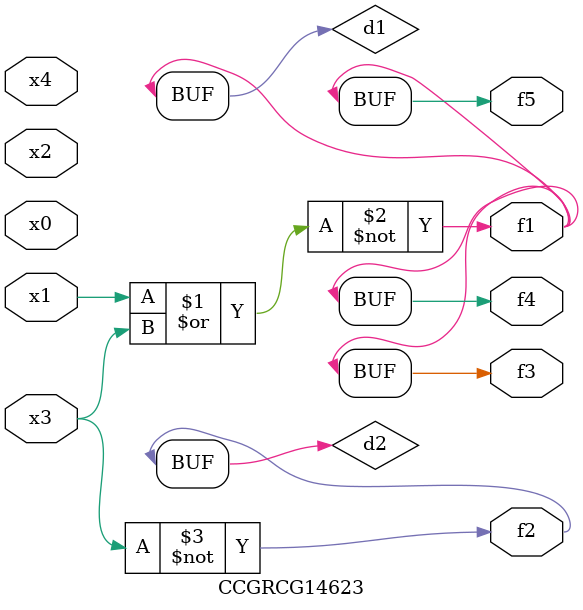
<source format=v>
module CCGRCG14623(
	input x0, x1, x2, x3, x4,
	output f1, f2, f3, f4, f5
);

	wire d1, d2;

	nor (d1, x1, x3);
	not (d2, x3);
	assign f1 = d1;
	assign f2 = d2;
	assign f3 = d1;
	assign f4 = d1;
	assign f5 = d1;
endmodule

</source>
